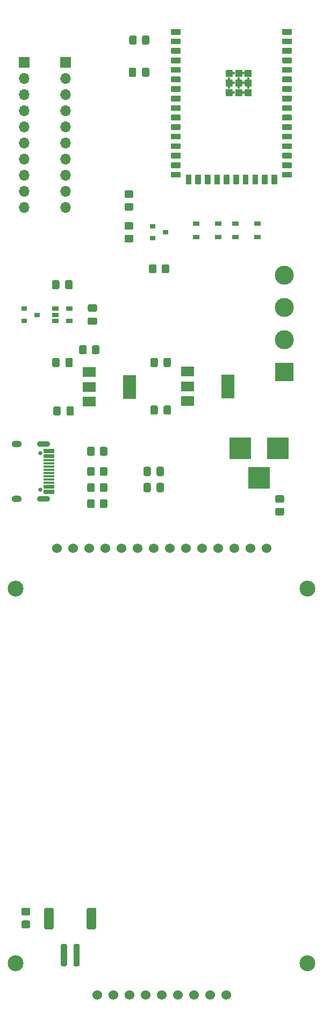
<source format=gbr>
%TF.GenerationSoftware,KiCad,Pcbnew,(5.1.12)-1*%
%TF.CreationDate,2022-05-09T22:55:39+02:00*%
%TF.ProjectId,BTCPOS,42544350-4f53-42e6-9b69-6361645f7063,rev?*%
%TF.SameCoordinates,Original*%
%TF.FileFunction,Soldermask,Bot*%
%TF.FilePolarity,Negative*%
%FSLAX46Y46*%
G04 Gerber Fmt 4.6, Leading zero omitted, Abs format (unit mm)*
G04 Created by KiCad (PCBNEW (5.1.12)-1) date 2022-05-09 22:55:39*
%MOMM*%
%LPD*%
G01*
G04 APERTURE LIST*
%ADD10O,1.600000X1.000000*%
%ADD11O,2.100000X0.900000*%
%ADD12C,0.650000*%
%ADD13R,1.750000X0.300000*%
%ADD14R,1.050000X0.650000*%
%ADD15R,2.000000X3.800000*%
%ADD16R,2.000000X1.500000*%
%ADD17C,0.400000*%
%ADD18C,1.524000*%
%ADD19R,0.900000X0.800000*%
%ADD20R,1.700000X1.700000*%
%ADD21O,1.700000X1.700000*%
%ADD22C,3.000000*%
%ADD23R,3.000000X3.000000*%
%ADD24R,3.500000X3.500000*%
%ADD25C,2.500000*%
%ADD26R,1.060000X0.650000*%
G04 APERTURE END LIST*
%TO.C,C101*%
G36*
G01*
X68628000Y-79215000D02*
X68628000Y-78265000D01*
G75*
G02*
X68878000Y-78015000I250000J0D01*
G01*
X69553000Y-78015000D01*
G75*
G02*
X69803000Y-78265000I0J-250000D01*
G01*
X69803000Y-79215000D01*
G75*
G02*
X69553000Y-79465000I-250000J0D01*
G01*
X68878000Y-79465000D01*
G75*
G02*
X68628000Y-79215000I0J250000D01*
G01*
G37*
G36*
G01*
X66553000Y-79215000D02*
X66553000Y-78265000D01*
G75*
G02*
X66803000Y-78015000I250000J0D01*
G01*
X67478000Y-78015000D01*
G75*
G02*
X67728000Y-78265000I0J-250000D01*
G01*
X67728000Y-79215000D01*
G75*
G02*
X67478000Y-79465000I-250000J0D01*
G01*
X66803000Y-79465000D01*
G75*
G02*
X66553000Y-79215000I0J250000D01*
G01*
G37*
%TD*%
%TO.C,C102*%
G36*
G01*
X69973000Y-85885000D02*
X69973000Y-86835000D01*
G75*
G02*
X69723000Y-87085000I-250000J0D01*
G01*
X69048000Y-87085000D01*
G75*
G02*
X68798000Y-86835000I0J250000D01*
G01*
X68798000Y-85885000D01*
G75*
G02*
X69048000Y-85635000I250000J0D01*
G01*
X69723000Y-85635000D01*
G75*
G02*
X69973000Y-85885000I0J-250000D01*
G01*
G37*
G36*
G01*
X67898000Y-85885000D02*
X67898000Y-86835000D01*
G75*
G02*
X67648000Y-87085000I-250000J0D01*
G01*
X66973000Y-87085000D01*
G75*
G02*
X66723000Y-86835000I0J250000D01*
G01*
X66723000Y-85885000D01*
G75*
G02*
X66973000Y-85635000I250000J0D01*
G01*
X67648000Y-85635000D01*
G75*
G02*
X67898000Y-85885000I0J-250000D01*
G01*
G37*
%TD*%
%TO.C,C103*%
G36*
G01*
X78617000Y-33495000D02*
X78617000Y-32545000D01*
G75*
G02*
X78867000Y-32295000I250000J0D01*
G01*
X79542000Y-32295000D01*
G75*
G02*
X79792000Y-32545000I0J-250000D01*
G01*
X79792000Y-33495000D01*
G75*
G02*
X79542000Y-33745000I-250000J0D01*
G01*
X78867000Y-33745000D01*
G75*
G02*
X78617000Y-33495000I0J250000D01*
G01*
G37*
G36*
G01*
X80692000Y-33495000D02*
X80692000Y-32545000D01*
G75*
G02*
X80942000Y-32295000I250000J0D01*
G01*
X81617000Y-32295000D01*
G75*
G02*
X81867000Y-32545000I0J-250000D01*
G01*
X81867000Y-33495000D01*
G75*
G02*
X81617000Y-33745000I-250000J0D01*
G01*
X80942000Y-33745000D01*
G75*
G02*
X80692000Y-33495000I0J250000D01*
G01*
G37*
%TD*%
%TO.C,C104*%
G36*
G01*
X83000000Y-98900000D02*
X83000000Y-97950000D01*
G75*
G02*
X83250000Y-97700000I250000J0D01*
G01*
X83925000Y-97700000D01*
G75*
G02*
X84175000Y-97950000I0J-250000D01*
G01*
X84175000Y-98900000D01*
G75*
G02*
X83925000Y-99150000I-250000J0D01*
G01*
X83250000Y-99150000D01*
G75*
G02*
X83000000Y-98900000I0J250000D01*
G01*
G37*
G36*
G01*
X80925000Y-98900000D02*
X80925000Y-97950000D01*
G75*
G02*
X81175000Y-97700000I250000J0D01*
G01*
X81850000Y-97700000D01*
G75*
G02*
X82100000Y-97950000I0J-250000D01*
G01*
X82100000Y-98900000D01*
G75*
G02*
X81850000Y-99150000I-250000J0D01*
G01*
X81175000Y-99150000D01*
G75*
G02*
X80925000Y-98900000I0J250000D01*
G01*
G37*
%TD*%
%TO.C,C105*%
G36*
G01*
X84175000Y-95410000D02*
X84175000Y-96360000D01*
G75*
G02*
X83925000Y-96610000I-250000J0D01*
G01*
X83250000Y-96610000D01*
G75*
G02*
X83000000Y-96360000I0J250000D01*
G01*
X83000000Y-95410000D01*
G75*
G02*
X83250000Y-95160000I250000J0D01*
G01*
X83925000Y-95160000D01*
G75*
G02*
X84175000Y-95410000I0J-250000D01*
G01*
G37*
G36*
G01*
X82100000Y-95410000D02*
X82100000Y-96360000D01*
G75*
G02*
X81850000Y-96610000I-250000J0D01*
G01*
X81175000Y-96610000D01*
G75*
G02*
X80925000Y-96360000I0J250000D01*
G01*
X80925000Y-95410000D01*
G75*
G02*
X81175000Y-95160000I250000J0D01*
G01*
X81850000Y-95160000D01*
G75*
G02*
X82100000Y-95410000I0J-250000D01*
G01*
G37*
%TD*%
D10*
%TO.C,J101*%
X60995000Y-100205000D03*
X60995000Y-91565000D03*
D11*
X65175000Y-100205000D03*
X65175000Y-91565000D03*
D12*
X64675000Y-98775000D03*
X64675000Y-92995000D03*
D13*
X66015000Y-95635000D03*
X66015000Y-95135000D03*
X66015000Y-94635000D03*
X66015000Y-94135000D03*
X66015000Y-96635000D03*
X66015000Y-97635000D03*
X66015000Y-97135000D03*
X66015000Y-96135000D03*
X66015000Y-99235000D03*
X66015000Y-98935000D03*
X66015000Y-98435000D03*
X66015000Y-98135000D03*
X66015000Y-93335000D03*
X66015000Y-93635000D03*
X66015000Y-92835000D03*
X66015000Y-92535000D03*
%TD*%
%TO.C,R101*%
G36*
G01*
X73260000Y-97974999D02*
X73260000Y-98875001D01*
G75*
G02*
X73010001Y-99125000I-249999J0D01*
G01*
X72309999Y-99125000D01*
G75*
G02*
X72060000Y-98875001I0J249999D01*
G01*
X72060000Y-97974999D01*
G75*
G02*
X72309999Y-97725000I249999J0D01*
G01*
X73010001Y-97725000D01*
G75*
G02*
X73260000Y-97974999I0J-249999D01*
G01*
G37*
G36*
G01*
X75260000Y-97974999D02*
X75260000Y-98875001D01*
G75*
G02*
X75010001Y-99125000I-249999J0D01*
G01*
X74309999Y-99125000D01*
G75*
G02*
X74060000Y-98875001I0J249999D01*
G01*
X74060000Y-97974999D01*
G75*
G02*
X74309999Y-97725000I249999J0D01*
G01*
X75010001Y-97725000D01*
G75*
G02*
X75260000Y-97974999I0J-249999D01*
G01*
G37*
%TD*%
%TO.C,R102*%
G36*
G01*
X72060000Y-96335001D02*
X72060000Y-95434999D01*
G75*
G02*
X72309999Y-95185000I249999J0D01*
G01*
X73010001Y-95185000D01*
G75*
G02*
X73260000Y-95434999I0J-249999D01*
G01*
X73260000Y-96335001D01*
G75*
G02*
X73010001Y-96585000I-249999J0D01*
G01*
X72309999Y-96585000D01*
G75*
G02*
X72060000Y-96335001I0J249999D01*
G01*
G37*
G36*
G01*
X74060000Y-96335001D02*
X74060000Y-95434999D01*
G75*
G02*
X74309999Y-95185000I249999J0D01*
G01*
X75010001Y-95185000D01*
G75*
G02*
X75260000Y-95434999I0J-249999D01*
G01*
X75260000Y-96335001D01*
G75*
G02*
X75010001Y-96585000I-249999J0D01*
G01*
X74309999Y-96585000D01*
G75*
G02*
X74060000Y-96335001I0J249999D01*
G01*
G37*
%TD*%
%TO.C,R103*%
G36*
G01*
X75260000Y-100514999D02*
X75260000Y-101415001D01*
G75*
G02*
X75010001Y-101665000I-249999J0D01*
G01*
X74309999Y-101665000D01*
G75*
G02*
X74060000Y-101415001I0J249999D01*
G01*
X74060000Y-100514999D01*
G75*
G02*
X74309999Y-100265000I249999J0D01*
G01*
X75010001Y-100265000D01*
G75*
G02*
X75260000Y-100514999I0J-249999D01*
G01*
G37*
G36*
G01*
X73260000Y-100514999D02*
X73260000Y-101415001D01*
G75*
G02*
X73010001Y-101665000I-249999J0D01*
G01*
X72309999Y-101665000D01*
G75*
G02*
X72060000Y-101415001I0J249999D01*
G01*
X72060000Y-100514999D01*
G75*
G02*
X72309999Y-100265000I249999J0D01*
G01*
X73010001Y-100265000D01*
G75*
G02*
X73260000Y-100514999I0J-249999D01*
G01*
G37*
%TD*%
%TO.C,R104*%
G36*
G01*
X73260000Y-92259999D02*
X73260000Y-93160001D01*
G75*
G02*
X73010001Y-93410000I-249999J0D01*
G01*
X72309999Y-93410000D01*
G75*
G02*
X72060000Y-93160001I0J249999D01*
G01*
X72060000Y-92259999D01*
G75*
G02*
X72309999Y-92010000I249999J0D01*
G01*
X73010001Y-92010000D01*
G75*
G02*
X73260000Y-92259999I0J-249999D01*
G01*
G37*
G36*
G01*
X75260000Y-92259999D02*
X75260000Y-93160001D01*
G75*
G02*
X75010001Y-93410000I-249999J0D01*
G01*
X74309999Y-93410000D01*
G75*
G02*
X74060000Y-93160001I0J249999D01*
G01*
X74060000Y-92259999D01*
G75*
G02*
X74309999Y-92010000I249999J0D01*
G01*
X75010001Y-92010000D01*
G75*
G02*
X75260000Y-92259999I0J-249999D01*
G01*
G37*
%TD*%
%TO.C,R105*%
G36*
G01*
X78680000Y-28390001D02*
X78680000Y-27489999D01*
G75*
G02*
X78929999Y-27240000I249999J0D01*
G01*
X79630001Y-27240000D01*
G75*
G02*
X79880000Y-27489999I0J-249999D01*
G01*
X79880000Y-28390001D01*
G75*
G02*
X79630001Y-28640000I-249999J0D01*
G01*
X78929999Y-28640000D01*
G75*
G02*
X78680000Y-28390001I0J249999D01*
G01*
G37*
G36*
G01*
X80680000Y-28390001D02*
X80680000Y-27489999D01*
G75*
G02*
X80929999Y-27240000I249999J0D01*
G01*
X81630001Y-27240000D01*
G75*
G02*
X81880000Y-27489999I0J-249999D01*
G01*
X81880000Y-28390001D01*
G75*
G02*
X81630001Y-28640000I-249999J0D01*
G01*
X80929999Y-28640000D01*
G75*
G02*
X80680000Y-28390001I0J249999D01*
G01*
G37*
%TD*%
D14*
%TO.C,SW101*%
X89265000Y-58936500D03*
X92730000Y-58936500D03*
X89265000Y-56836500D03*
X92730000Y-56836500D03*
%TD*%
%TO.C,SW102*%
X98850000Y-56836500D03*
X95385000Y-56836500D03*
X98850000Y-58936500D03*
X95385000Y-58936500D03*
%TD*%
D15*
%TO.C,U101*%
X78715000Y-82550000D03*
D16*
X72415000Y-82550000D03*
X72415000Y-80250000D03*
X72415000Y-84850000D03*
%TD*%
%TO.C,U103*%
G36*
G01*
X104292000Y-26265100D02*
X104292000Y-27022900D01*
G75*
G02*
X104220900Y-27094000I-71100J0D01*
G01*
X102863100Y-27094000D01*
G75*
G02*
X102792000Y-27022900I0J71100D01*
G01*
X102792000Y-26265100D01*
G75*
G02*
X102863100Y-26194000I71100J0D01*
G01*
X104220900Y-26194000D01*
G75*
G02*
X104292000Y-26265100I0J-71100D01*
G01*
G37*
G36*
G01*
X104292000Y-27765100D02*
X104292000Y-28522900D01*
G75*
G02*
X104220900Y-28594000I-71100J0D01*
G01*
X102863100Y-28594000D01*
G75*
G02*
X102792000Y-28522900I0J71100D01*
G01*
X102792000Y-27765100D01*
G75*
G02*
X102863100Y-27694000I71100J0D01*
G01*
X104220900Y-27694000D01*
G75*
G02*
X104292000Y-27765100I0J-71100D01*
G01*
G37*
G36*
G01*
X104292000Y-29265100D02*
X104292000Y-30022900D01*
G75*
G02*
X104220900Y-30094000I-71100J0D01*
G01*
X102863100Y-30094000D01*
G75*
G02*
X102792000Y-30022900I0J71100D01*
G01*
X102792000Y-29265100D01*
G75*
G02*
X102863100Y-29194000I71100J0D01*
G01*
X104220900Y-29194000D01*
G75*
G02*
X104292000Y-29265100I0J-71100D01*
G01*
G37*
G36*
G01*
X104292000Y-30765100D02*
X104292000Y-31522900D01*
G75*
G02*
X104220900Y-31594000I-71100J0D01*
G01*
X102863100Y-31594000D01*
G75*
G02*
X102792000Y-31522900I0J71100D01*
G01*
X102792000Y-30765100D01*
G75*
G02*
X102863100Y-30694000I71100J0D01*
G01*
X104220900Y-30694000D01*
G75*
G02*
X104292000Y-30765100I0J-71100D01*
G01*
G37*
G36*
G01*
X104292000Y-32265100D02*
X104292000Y-33022900D01*
G75*
G02*
X104220900Y-33094000I-71100J0D01*
G01*
X102863100Y-33094000D01*
G75*
G02*
X102792000Y-33022900I0J71100D01*
G01*
X102792000Y-32265100D01*
G75*
G02*
X102863100Y-32194000I71100J0D01*
G01*
X104220900Y-32194000D01*
G75*
G02*
X104292000Y-32265100I0J-71100D01*
G01*
G37*
G36*
G01*
X104292000Y-33765100D02*
X104292000Y-34522900D01*
G75*
G02*
X104220900Y-34594000I-71100J0D01*
G01*
X102863100Y-34594000D01*
G75*
G02*
X102792000Y-34522900I0J71100D01*
G01*
X102792000Y-33765100D01*
G75*
G02*
X102863100Y-33694000I71100J0D01*
G01*
X104220900Y-33694000D01*
G75*
G02*
X104292000Y-33765100I0J-71100D01*
G01*
G37*
G36*
G01*
X104292000Y-35265100D02*
X104292000Y-36022900D01*
G75*
G02*
X104220900Y-36094000I-71100J0D01*
G01*
X102863100Y-36094000D01*
G75*
G02*
X102792000Y-36022900I0J71100D01*
G01*
X102792000Y-35265100D01*
G75*
G02*
X102863100Y-35194000I71100J0D01*
G01*
X104220900Y-35194000D01*
G75*
G02*
X104292000Y-35265100I0J-71100D01*
G01*
G37*
G36*
G01*
X104292000Y-36765100D02*
X104292000Y-37522900D01*
G75*
G02*
X104220900Y-37594000I-71100J0D01*
G01*
X102863100Y-37594000D01*
G75*
G02*
X102792000Y-37522900I0J71100D01*
G01*
X102792000Y-36765100D01*
G75*
G02*
X102863100Y-36694000I71100J0D01*
G01*
X104220900Y-36694000D01*
G75*
G02*
X104292000Y-36765100I0J-71100D01*
G01*
G37*
G36*
G01*
X104292000Y-38265100D02*
X104292000Y-39022900D01*
G75*
G02*
X104220900Y-39094000I-71100J0D01*
G01*
X102863100Y-39094000D01*
G75*
G02*
X102792000Y-39022900I0J71100D01*
G01*
X102792000Y-38265100D01*
G75*
G02*
X102863100Y-38194000I71100J0D01*
G01*
X104220900Y-38194000D01*
G75*
G02*
X104292000Y-38265100I0J-71100D01*
G01*
G37*
G36*
G01*
X104292000Y-39765100D02*
X104292000Y-40522900D01*
G75*
G02*
X104220900Y-40594000I-71100J0D01*
G01*
X102863100Y-40594000D01*
G75*
G02*
X102792000Y-40522900I0J71100D01*
G01*
X102792000Y-39765100D01*
G75*
G02*
X102863100Y-39694000I71100J0D01*
G01*
X104220900Y-39694000D01*
G75*
G02*
X104292000Y-39765100I0J-71100D01*
G01*
G37*
G36*
G01*
X104292000Y-41265100D02*
X104292000Y-42022900D01*
G75*
G02*
X104220900Y-42094000I-71100J0D01*
G01*
X102863100Y-42094000D01*
G75*
G02*
X102792000Y-42022900I0J71100D01*
G01*
X102792000Y-41265100D01*
G75*
G02*
X102863100Y-41194000I71100J0D01*
G01*
X104220900Y-41194000D01*
G75*
G02*
X104292000Y-41265100I0J-71100D01*
G01*
G37*
G36*
G01*
X104292000Y-42765100D02*
X104292000Y-43522900D01*
G75*
G02*
X104220900Y-43594000I-71100J0D01*
G01*
X102863100Y-43594000D01*
G75*
G02*
X102792000Y-43522900I0J71100D01*
G01*
X102792000Y-42765100D01*
G75*
G02*
X102863100Y-42694000I71100J0D01*
G01*
X104220900Y-42694000D01*
G75*
G02*
X104292000Y-42765100I0J-71100D01*
G01*
G37*
G36*
G01*
X104292000Y-44265100D02*
X104292000Y-45022900D01*
G75*
G02*
X104220900Y-45094000I-71100J0D01*
G01*
X102863100Y-45094000D01*
G75*
G02*
X102792000Y-45022900I0J71100D01*
G01*
X102792000Y-44265100D01*
G75*
G02*
X102863100Y-44194000I71100J0D01*
G01*
X104220900Y-44194000D01*
G75*
G02*
X104292000Y-44265100I0J-71100D01*
G01*
G37*
G36*
G01*
X104292000Y-45765100D02*
X104292000Y-46522900D01*
G75*
G02*
X104220900Y-46594000I-71100J0D01*
G01*
X102863100Y-46594000D01*
G75*
G02*
X102792000Y-46522900I0J71100D01*
G01*
X102792000Y-45765100D01*
G75*
G02*
X102863100Y-45694000I71100J0D01*
G01*
X104220900Y-45694000D01*
G75*
G02*
X104292000Y-45765100I0J-71100D01*
G01*
G37*
G36*
G01*
X104292000Y-47265100D02*
X104292000Y-48022900D01*
G75*
G02*
X104220900Y-48094000I-71100J0D01*
G01*
X102863100Y-48094000D01*
G75*
G02*
X102792000Y-48022900I0J71100D01*
G01*
X102792000Y-47265100D01*
G75*
G02*
X102863100Y-47194000I71100J0D01*
G01*
X104220900Y-47194000D01*
G75*
G02*
X104292000Y-47265100I0J-71100D01*
G01*
G37*
G36*
G01*
X104292000Y-48765100D02*
X104292000Y-49522900D01*
G75*
G02*
X104220900Y-49594000I-71100J0D01*
G01*
X102863100Y-49594000D01*
G75*
G02*
X102792000Y-49522900I0J71100D01*
G01*
X102792000Y-48765100D01*
G75*
G02*
X102863100Y-48694000I71100J0D01*
G01*
X104220900Y-48694000D01*
G75*
G02*
X104292000Y-48765100I0J-71100D01*
G01*
G37*
G36*
G01*
X101920900Y-50644000D02*
X101163100Y-50644000D01*
G75*
G02*
X101092000Y-50572900I0J71100D01*
G01*
X101092000Y-49215100D01*
G75*
G02*
X101163100Y-49144000I71100J0D01*
G01*
X101920900Y-49144000D01*
G75*
G02*
X101992000Y-49215100I0J-71100D01*
G01*
X101992000Y-50572900D01*
G75*
G02*
X101920900Y-50644000I-71100J0D01*
G01*
G37*
G36*
G01*
X100420900Y-50644000D02*
X99663100Y-50644000D01*
G75*
G02*
X99592000Y-50572900I0J71100D01*
G01*
X99592000Y-49215100D01*
G75*
G02*
X99663100Y-49144000I71100J0D01*
G01*
X100420900Y-49144000D01*
G75*
G02*
X100492000Y-49215100I0J-71100D01*
G01*
X100492000Y-50572900D01*
G75*
G02*
X100420900Y-50644000I-71100J0D01*
G01*
G37*
G36*
G01*
X98920900Y-50644000D02*
X98163100Y-50644000D01*
G75*
G02*
X98092000Y-50572900I0J71100D01*
G01*
X98092000Y-49215100D01*
G75*
G02*
X98163100Y-49144000I71100J0D01*
G01*
X98920900Y-49144000D01*
G75*
G02*
X98992000Y-49215100I0J-71100D01*
G01*
X98992000Y-50572900D01*
G75*
G02*
X98920900Y-50644000I-71100J0D01*
G01*
G37*
G36*
G01*
X97420900Y-50644000D02*
X96663100Y-50644000D01*
G75*
G02*
X96592000Y-50572900I0J71100D01*
G01*
X96592000Y-49215100D01*
G75*
G02*
X96663100Y-49144000I71100J0D01*
G01*
X97420900Y-49144000D01*
G75*
G02*
X97492000Y-49215100I0J-71100D01*
G01*
X97492000Y-50572900D01*
G75*
G02*
X97420900Y-50644000I-71100J0D01*
G01*
G37*
G36*
G01*
X95920900Y-50644000D02*
X95163100Y-50644000D01*
G75*
G02*
X95092000Y-50572900I0J71100D01*
G01*
X95092000Y-49215100D01*
G75*
G02*
X95163100Y-49144000I71100J0D01*
G01*
X95920900Y-49144000D01*
G75*
G02*
X95992000Y-49215100I0J-71100D01*
G01*
X95992000Y-50572900D01*
G75*
G02*
X95920900Y-50644000I-71100J0D01*
G01*
G37*
G36*
G01*
X94420900Y-50644000D02*
X93663100Y-50644000D01*
G75*
G02*
X93592000Y-50572900I0J71100D01*
G01*
X93592000Y-49215100D01*
G75*
G02*
X93663100Y-49144000I71100J0D01*
G01*
X94420900Y-49144000D01*
G75*
G02*
X94492000Y-49215100I0J-71100D01*
G01*
X94492000Y-50572900D01*
G75*
G02*
X94420900Y-50644000I-71100J0D01*
G01*
G37*
G36*
G01*
X92920900Y-50644000D02*
X92163100Y-50644000D01*
G75*
G02*
X92092000Y-50572900I0J71100D01*
G01*
X92092000Y-49215100D01*
G75*
G02*
X92163100Y-49144000I71100J0D01*
G01*
X92920900Y-49144000D01*
G75*
G02*
X92992000Y-49215100I0J-71100D01*
G01*
X92992000Y-50572900D01*
G75*
G02*
X92920900Y-50644000I-71100J0D01*
G01*
G37*
G36*
G01*
X91420900Y-50644000D02*
X90663100Y-50644000D01*
G75*
G02*
X90592000Y-50572900I0J71100D01*
G01*
X90592000Y-49215100D01*
G75*
G02*
X90663100Y-49144000I71100J0D01*
G01*
X91420900Y-49144000D01*
G75*
G02*
X91492000Y-49215100I0J-71100D01*
G01*
X91492000Y-50572900D01*
G75*
G02*
X91420900Y-50644000I-71100J0D01*
G01*
G37*
G36*
G01*
X89920900Y-50644000D02*
X89163100Y-50644000D01*
G75*
G02*
X89092000Y-50572900I0J71100D01*
G01*
X89092000Y-49215100D01*
G75*
G02*
X89163100Y-49144000I71100J0D01*
G01*
X89920900Y-49144000D01*
G75*
G02*
X89992000Y-49215100I0J-71100D01*
G01*
X89992000Y-50572900D01*
G75*
G02*
X89920900Y-50644000I-71100J0D01*
G01*
G37*
G36*
G01*
X88420900Y-50644000D02*
X87663100Y-50644000D01*
G75*
G02*
X87592000Y-50572900I0J71100D01*
G01*
X87592000Y-49215100D01*
G75*
G02*
X87663100Y-49144000I71100J0D01*
G01*
X88420900Y-49144000D01*
G75*
G02*
X88492000Y-49215100I0J-71100D01*
G01*
X88492000Y-50572900D01*
G75*
G02*
X88420900Y-50644000I-71100J0D01*
G01*
G37*
G36*
G01*
X85292000Y-49522900D02*
X85292000Y-48765100D01*
G75*
G02*
X85363100Y-48694000I71100J0D01*
G01*
X86720900Y-48694000D01*
G75*
G02*
X86792000Y-48765100I0J-71100D01*
G01*
X86792000Y-49522900D01*
G75*
G02*
X86720900Y-49594000I-71100J0D01*
G01*
X85363100Y-49594000D01*
G75*
G02*
X85292000Y-49522900I0J71100D01*
G01*
G37*
G36*
G01*
X85292000Y-48022900D02*
X85292000Y-47265100D01*
G75*
G02*
X85363100Y-47194000I71100J0D01*
G01*
X86720900Y-47194000D01*
G75*
G02*
X86792000Y-47265100I0J-71100D01*
G01*
X86792000Y-48022900D01*
G75*
G02*
X86720900Y-48094000I-71100J0D01*
G01*
X85363100Y-48094000D01*
G75*
G02*
X85292000Y-48022900I0J71100D01*
G01*
G37*
G36*
G01*
X85292000Y-46522900D02*
X85292000Y-45765100D01*
G75*
G02*
X85363100Y-45694000I71100J0D01*
G01*
X86720900Y-45694000D01*
G75*
G02*
X86792000Y-45765100I0J-71100D01*
G01*
X86792000Y-46522900D01*
G75*
G02*
X86720900Y-46594000I-71100J0D01*
G01*
X85363100Y-46594000D01*
G75*
G02*
X85292000Y-46522900I0J71100D01*
G01*
G37*
G36*
G01*
X85292000Y-45022900D02*
X85292000Y-44265100D01*
G75*
G02*
X85363100Y-44194000I71100J0D01*
G01*
X86720900Y-44194000D01*
G75*
G02*
X86792000Y-44265100I0J-71100D01*
G01*
X86792000Y-45022900D01*
G75*
G02*
X86720900Y-45094000I-71100J0D01*
G01*
X85363100Y-45094000D01*
G75*
G02*
X85292000Y-45022900I0J71100D01*
G01*
G37*
G36*
G01*
X85292000Y-43522900D02*
X85292000Y-42765100D01*
G75*
G02*
X85363100Y-42694000I71100J0D01*
G01*
X86720900Y-42694000D01*
G75*
G02*
X86792000Y-42765100I0J-71100D01*
G01*
X86792000Y-43522900D01*
G75*
G02*
X86720900Y-43594000I-71100J0D01*
G01*
X85363100Y-43594000D01*
G75*
G02*
X85292000Y-43522900I0J71100D01*
G01*
G37*
G36*
G01*
X85292000Y-42022900D02*
X85292000Y-41265100D01*
G75*
G02*
X85363100Y-41194000I71100J0D01*
G01*
X86720900Y-41194000D01*
G75*
G02*
X86792000Y-41265100I0J-71100D01*
G01*
X86792000Y-42022900D01*
G75*
G02*
X86720900Y-42094000I-71100J0D01*
G01*
X85363100Y-42094000D01*
G75*
G02*
X85292000Y-42022900I0J71100D01*
G01*
G37*
G36*
G01*
X85292000Y-40522900D02*
X85292000Y-39765100D01*
G75*
G02*
X85363100Y-39694000I71100J0D01*
G01*
X86720900Y-39694000D01*
G75*
G02*
X86792000Y-39765100I0J-71100D01*
G01*
X86792000Y-40522900D01*
G75*
G02*
X86720900Y-40594000I-71100J0D01*
G01*
X85363100Y-40594000D01*
G75*
G02*
X85292000Y-40522900I0J71100D01*
G01*
G37*
G36*
G01*
X85292000Y-39022900D02*
X85292000Y-38265100D01*
G75*
G02*
X85363100Y-38194000I71100J0D01*
G01*
X86720900Y-38194000D01*
G75*
G02*
X86792000Y-38265100I0J-71100D01*
G01*
X86792000Y-39022900D01*
G75*
G02*
X86720900Y-39094000I-71100J0D01*
G01*
X85363100Y-39094000D01*
G75*
G02*
X85292000Y-39022900I0J71100D01*
G01*
G37*
G36*
G01*
X85292000Y-37522900D02*
X85292000Y-36765100D01*
G75*
G02*
X85363100Y-36694000I71100J0D01*
G01*
X86720900Y-36694000D01*
G75*
G02*
X86792000Y-36765100I0J-71100D01*
G01*
X86792000Y-37522900D01*
G75*
G02*
X86720900Y-37594000I-71100J0D01*
G01*
X85363100Y-37594000D01*
G75*
G02*
X85292000Y-37522900I0J71100D01*
G01*
G37*
G36*
G01*
X85292000Y-36022900D02*
X85292000Y-35265100D01*
G75*
G02*
X85363100Y-35194000I71100J0D01*
G01*
X86720900Y-35194000D01*
G75*
G02*
X86792000Y-35265100I0J-71100D01*
G01*
X86792000Y-36022900D01*
G75*
G02*
X86720900Y-36094000I-71100J0D01*
G01*
X85363100Y-36094000D01*
G75*
G02*
X85292000Y-36022900I0J71100D01*
G01*
G37*
G36*
G01*
X85292000Y-34522900D02*
X85292000Y-33765100D01*
G75*
G02*
X85363100Y-33694000I71100J0D01*
G01*
X86720900Y-33694000D01*
G75*
G02*
X86792000Y-33765100I0J-71100D01*
G01*
X86792000Y-34522900D01*
G75*
G02*
X86720900Y-34594000I-71100J0D01*
G01*
X85363100Y-34594000D01*
G75*
G02*
X85292000Y-34522900I0J71100D01*
G01*
G37*
G36*
G01*
X85292000Y-33022900D02*
X85292000Y-32265100D01*
G75*
G02*
X85363100Y-32194000I71100J0D01*
G01*
X86720900Y-32194000D01*
G75*
G02*
X86792000Y-32265100I0J-71100D01*
G01*
X86792000Y-33022900D01*
G75*
G02*
X86720900Y-33094000I-71100J0D01*
G01*
X85363100Y-33094000D01*
G75*
G02*
X85292000Y-33022900I0J71100D01*
G01*
G37*
G36*
G01*
X85292000Y-31522900D02*
X85292000Y-30765100D01*
G75*
G02*
X85363100Y-30694000I71100J0D01*
G01*
X86720900Y-30694000D01*
G75*
G02*
X86792000Y-30765100I0J-71100D01*
G01*
X86792000Y-31522900D01*
G75*
G02*
X86720900Y-31594000I-71100J0D01*
G01*
X85363100Y-31594000D01*
G75*
G02*
X85292000Y-31522900I0J71100D01*
G01*
G37*
G36*
G01*
X85292000Y-30022900D02*
X85292000Y-29265100D01*
G75*
G02*
X85363100Y-29194000I71100J0D01*
G01*
X86720900Y-29194000D01*
G75*
G02*
X86792000Y-29265100I0J-71100D01*
G01*
X86792000Y-30022900D01*
G75*
G02*
X86720900Y-30094000I-71100J0D01*
G01*
X85363100Y-30094000D01*
G75*
G02*
X85292000Y-30022900I0J71100D01*
G01*
G37*
G36*
G01*
X85292000Y-28522900D02*
X85292000Y-27765100D01*
G75*
G02*
X85363100Y-27694000I71100J0D01*
G01*
X86720900Y-27694000D01*
G75*
G02*
X86792000Y-27765100I0J-71100D01*
G01*
X86792000Y-28522900D01*
G75*
G02*
X86720900Y-28594000I-71100J0D01*
G01*
X85363100Y-28594000D01*
G75*
G02*
X85292000Y-28522900I0J71100D01*
G01*
G37*
G36*
G01*
X85292000Y-27022900D02*
X85292000Y-26265100D01*
G75*
G02*
X85363100Y-26194000I71100J0D01*
G01*
X86720900Y-26194000D01*
G75*
G02*
X86792000Y-26265100I0J-71100D01*
G01*
X86792000Y-27022900D01*
G75*
G02*
X86720900Y-27094000I-71100J0D01*
G01*
X85363100Y-27094000D01*
G75*
G02*
X85292000Y-27022900I0J71100D01*
G01*
G37*
G36*
G01*
X96882000Y-33682100D02*
X96882000Y-32755900D01*
G75*
G02*
X96968900Y-32669000I86900J0D01*
G01*
X97895100Y-32669000D01*
G75*
G02*
X97982000Y-32755900I0J-86900D01*
G01*
X97982000Y-33682100D01*
G75*
G02*
X97895100Y-33769000I-86900J0D01*
G01*
X96968900Y-33769000D01*
G75*
G02*
X96882000Y-33682100I0J86900D01*
G01*
G37*
G36*
G01*
X95382000Y-33682100D02*
X95382000Y-32755900D01*
G75*
G02*
X95468900Y-32669000I86900J0D01*
G01*
X96395100Y-32669000D01*
G75*
G02*
X96482000Y-32755900I0J-86900D01*
G01*
X96482000Y-33682100D01*
G75*
G02*
X96395100Y-33769000I-86900J0D01*
G01*
X95468900Y-33769000D01*
G75*
G02*
X95382000Y-33682100I0J86900D01*
G01*
G37*
G36*
G01*
X93882000Y-33682100D02*
X93882000Y-32755900D01*
G75*
G02*
X93968900Y-32669000I86900J0D01*
G01*
X94895100Y-32669000D01*
G75*
G02*
X94982000Y-32755900I0J-86900D01*
G01*
X94982000Y-33682100D01*
G75*
G02*
X94895100Y-33769000I-86900J0D01*
G01*
X93968900Y-33769000D01*
G75*
G02*
X93882000Y-33682100I0J86900D01*
G01*
G37*
G36*
G01*
X96882000Y-35182100D02*
X96882000Y-34255900D01*
G75*
G02*
X96968900Y-34169000I86900J0D01*
G01*
X97895100Y-34169000D01*
G75*
G02*
X97982000Y-34255900I0J-86900D01*
G01*
X97982000Y-35182100D01*
G75*
G02*
X97895100Y-35269000I-86900J0D01*
G01*
X96968900Y-35269000D01*
G75*
G02*
X96882000Y-35182100I0J86900D01*
G01*
G37*
G36*
G01*
X95382000Y-35182100D02*
X95382000Y-34255900D01*
G75*
G02*
X95468900Y-34169000I86900J0D01*
G01*
X96395100Y-34169000D01*
G75*
G02*
X96482000Y-34255900I0J-86900D01*
G01*
X96482000Y-35182100D01*
G75*
G02*
X96395100Y-35269000I-86900J0D01*
G01*
X95468900Y-35269000D01*
G75*
G02*
X95382000Y-35182100I0J86900D01*
G01*
G37*
G36*
G01*
X93882000Y-35182100D02*
X93882000Y-34255900D01*
G75*
G02*
X93968900Y-34169000I86900J0D01*
G01*
X94895100Y-34169000D01*
G75*
G02*
X94982000Y-34255900I0J-86900D01*
G01*
X94982000Y-35182100D01*
G75*
G02*
X94895100Y-35269000I-86900J0D01*
G01*
X93968900Y-35269000D01*
G75*
G02*
X93882000Y-35182100I0J86900D01*
G01*
G37*
G36*
G01*
X96882000Y-36682100D02*
X96882000Y-35755900D01*
G75*
G02*
X96968900Y-35669000I86900J0D01*
G01*
X97895100Y-35669000D01*
G75*
G02*
X97982000Y-35755900I0J-86900D01*
G01*
X97982000Y-36682100D01*
G75*
G02*
X97895100Y-36769000I-86900J0D01*
G01*
X96968900Y-36769000D01*
G75*
G02*
X96882000Y-36682100I0J86900D01*
G01*
G37*
G36*
G01*
X95382000Y-36682100D02*
X95382000Y-35755900D01*
G75*
G02*
X95468900Y-35669000I86900J0D01*
G01*
X96395100Y-35669000D01*
G75*
G02*
X96482000Y-35755900I0J-86900D01*
G01*
X96482000Y-36682100D01*
G75*
G02*
X96395100Y-36769000I-86900J0D01*
G01*
X95468900Y-36769000D01*
G75*
G02*
X95382000Y-36682100I0J86900D01*
G01*
G37*
G36*
G01*
X93882000Y-36682100D02*
X93882000Y-35755900D01*
G75*
G02*
X93968900Y-35669000I86900J0D01*
G01*
X94895100Y-35669000D01*
G75*
G02*
X94982000Y-35755900I0J-86900D01*
G01*
X94982000Y-36682100D01*
G75*
G02*
X94895100Y-36769000I-86900J0D01*
G01*
X93968900Y-36769000D01*
G75*
G02*
X93882000Y-36682100I0J86900D01*
G01*
G37*
D17*
X97442000Y-33977600D03*
X96680000Y-33164800D03*
X95156000Y-33164800D03*
X94444800Y-33977600D03*
X94444800Y-35450800D03*
X95206800Y-36162000D03*
X96680000Y-36162000D03*
X97442000Y-35450800D03*
X96680000Y-34688800D03*
X95156000Y-34638000D03*
X95918000Y-33977600D03*
X95968800Y-35450800D03*
%TD*%
D18*
%TO.C,U102*%
X67310000Y-107950000D03*
X69850000Y-107950000D03*
X72390000Y-107950000D03*
X74930000Y-107950000D03*
X77470000Y-107950000D03*
X80010000Y-107950000D03*
X82550000Y-107950000D03*
X85090000Y-107950000D03*
X87630000Y-107950000D03*
X90170000Y-107950000D03*
X92710000Y-107950000D03*
X95250000Y-107950000D03*
X97790000Y-107950000D03*
X100330000Y-107950000D03*
%TD*%
%TO.C,R106*%
G36*
G01*
X102850001Y-102820000D02*
X101949999Y-102820000D01*
G75*
G02*
X101700000Y-102570001I0J249999D01*
G01*
X101700000Y-101869999D01*
G75*
G02*
X101949999Y-101620000I249999J0D01*
G01*
X102850001Y-101620000D01*
G75*
G02*
X103100000Y-101869999I0J-249999D01*
G01*
X103100000Y-102570001D01*
G75*
G02*
X102850001Y-102820000I-249999J0D01*
G01*
G37*
G36*
G01*
X102850001Y-100820000D02*
X101949999Y-100820000D01*
G75*
G02*
X101700000Y-100570001I0J249999D01*
G01*
X101700000Y-99869999D01*
G75*
G02*
X101949999Y-99620000I249999J0D01*
G01*
X102850001Y-99620000D01*
G75*
G02*
X103100000Y-99869999I0J-249999D01*
G01*
X103100000Y-100570001D01*
G75*
G02*
X102850001Y-100820000I-249999J0D01*
G01*
G37*
%TD*%
%TO.C,C106*%
G36*
G01*
X82025000Y-79195000D02*
X82025000Y-78245000D01*
G75*
G02*
X82275000Y-77995000I250000J0D01*
G01*
X82950000Y-77995000D01*
G75*
G02*
X83200000Y-78245000I0J-250000D01*
G01*
X83200000Y-79195000D01*
G75*
G02*
X82950000Y-79445000I-250000J0D01*
G01*
X82275000Y-79445000D01*
G75*
G02*
X82025000Y-79195000I0J250000D01*
G01*
G37*
G36*
G01*
X84100000Y-79195000D02*
X84100000Y-78245000D01*
G75*
G02*
X84350000Y-77995000I250000J0D01*
G01*
X85025000Y-77995000D01*
G75*
G02*
X85275000Y-78245000I0J-250000D01*
G01*
X85275000Y-79195000D01*
G75*
G02*
X85025000Y-79445000I-250000J0D01*
G01*
X84350000Y-79445000D01*
G75*
G02*
X84100000Y-79195000I0J250000D01*
G01*
G37*
%TD*%
%TO.C,C107*%
G36*
G01*
X83200000Y-85745000D02*
X83200000Y-86695000D01*
G75*
G02*
X82950000Y-86945000I-250000J0D01*
G01*
X82275000Y-86945000D01*
G75*
G02*
X82025000Y-86695000I0J250000D01*
G01*
X82025000Y-85745000D01*
G75*
G02*
X82275000Y-85495000I250000J0D01*
G01*
X82950000Y-85495000D01*
G75*
G02*
X83200000Y-85745000I0J-250000D01*
G01*
G37*
G36*
G01*
X85275000Y-85745000D02*
X85275000Y-86695000D01*
G75*
G02*
X85025000Y-86945000I-250000J0D01*
G01*
X84350000Y-86945000D01*
G75*
G02*
X84100000Y-86695000I0J250000D01*
G01*
X84100000Y-85745000D01*
G75*
G02*
X84350000Y-85495000I250000J0D01*
G01*
X85025000Y-85495000D01*
G75*
G02*
X85275000Y-85745000I0J-250000D01*
G01*
G37*
%TD*%
%TO.C,C108*%
G36*
G01*
X72425000Y-69557500D02*
X73375000Y-69557500D01*
G75*
G02*
X73625000Y-69807500I0J-250000D01*
G01*
X73625000Y-70482500D01*
G75*
G02*
X73375000Y-70732500I-250000J0D01*
G01*
X72425000Y-70732500D01*
G75*
G02*
X72175000Y-70482500I0J250000D01*
G01*
X72175000Y-69807500D01*
G75*
G02*
X72425000Y-69557500I250000J0D01*
G01*
G37*
G36*
G01*
X72425000Y-71632500D02*
X73375000Y-71632500D01*
G75*
G02*
X73625000Y-71882500I0J-250000D01*
G01*
X73625000Y-72557500D01*
G75*
G02*
X73375000Y-72807500I-250000J0D01*
G01*
X72425000Y-72807500D01*
G75*
G02*
X72175000Y-72557500I0J250000D01*
G01*
X72175000Y-71882500D01*
G75*
G02*
X72425000Y-71632500I250000J0D01*
G01*
G37*
%TD*%
%TO.C,C109*%
G36*
G01*
X68600000Y-66945000D02*
X68600000Y-65995000D01*
G75*
G02*
X68850000Y-65745000I250000J0D01*
G01*
X69525000Y-65745000D01*
G75*
G02*
X69775000Y-65995000I0J-250000D01*
G01*
X69775000Y-66945000D01*
G75*
G02*
X69525000Y-67195000I-250000J0D01*
G01*
X68850000Y-67195000D01*
G75*
G02*
X68600000Y-66945000I0J250000D01*
G01*
G37*
G36*
G01*
X66525000Y-66945000D02*
X66525000Y-65995000D01*
G75*
G02*
X66775000Y-65745000I250000J0D01*
G01*
X67450000Y-65745000D01*
G75*
G02*
X67700000Y-65995000I0J-250000D01*
G01*
X67700000Y-66945000D01*
G75*
G02*
X67450000Y-67195000I-250000J0D01*
G01*
X66775000Y-67195000D01*
G75*
G02*
X66525000Y-66945000I0J250000D01*
G01*
G37*
%TD*%
D19*
%TO.C,D101*%
X64150000Y-71220000D03*
X62150000Y-70270000D03*
X62150000Y-72170000D03*
%TD*%
D20*
%TO.C,J102*%
X62150000Y-31470000D03*
D21*
X62150000Y-34010000D03*
X62150000Y-36550000D03*
X62150000Y-39090000D03*
X62150000Y-41630000D03*
X62150000Y-44170000D03*
X62150000Y-46710000D03*
X62150000Y-49250000D03*
X62150000Y-51790000D03*
X62150000Y-54330000D03*
%TD*%
D22*
%TO.C,J103*%
X103150000Y-75140000D03*
X103150000Y-70060000D03*
D23*
X103150000Y-80220000D03*
D22*
X103150000Y-64980000D03*
%TD*%
D24*
%TO.C,J104*%
X99150000Y-96920000D03*
X102150000Y-92220000D03*
X96150000Y-92220000D03*
%TD*%
D21*
%TO.C,J105*%
X68650000Y-54330000D03*
X68650000Y-51790000D03*
X68650000Y-49250000D03*
X68650000Y-46710000D03*
X68650000Y-44170000D03*
X68650000Y-41630000D03*
X68650000Y-39090000D03*
X68650000Y-36550000D03*
X68650000Y-34010000D03*
D20*
X68650000Y-31470000D03*
%TD*%
%TO.C,J106*%
G36*
G01*
X67900000Y-173570000D02*
X67900000Y-170570000D01*
G75*
G02*
X68150000Y-170320000I250000J0D01*
G01*
X68650000Y-170320000D01*
G75*
G02*
X68900000Y-170570000I0J-250000D01*
G01*
X68900000Y-173570000D01*
G75*
G02*
X68650000Y-173820000I-250000J0D01*
G01*
X68150000Y-173820000D01*
G75*
G02*
X67900000Y-173570000I0J250000D01*
G01*
G37*
G36*
G01*
X69900000Y-173570000D02*
X69900000Y-170570000D01*
G75*
G02*
X70150000Y-170320000I250000J0D01*
G01*
X70650000Y-170320000D01*
G75*
G02*
X70900000Y-170570000I0J-250000D01*
G01*
X70900000Y-173570000D01*
G75*
G02*
X70650000Y-173820000I-250000J0D01*
G01*
X70150000Y-173820000D01*
G75*
G02*
X69900000Y-173570000I0J250000D01*
G01*
G37*
G36*
G01*
X65300000Y-167770000D02*
X65300000Y-164870000D01*
G75*
G02*
X65550000Y-164620000I250000J0D01*
G01*
X66550000Y-164620000D01*
G75*
G02*
X66800000Y-164870000I0J-250000D01*
G01*
X66800000Y-167770000D01*
G75*
G02*
X66550000Y-168020000I-250000J0D01*
G01*
X65550000Y-168020000D01*
G75*
G02*
X65300000Y-167770000I0J250000D01*
G01*
G37*
G36*
G01*
X72000000Y-167770000D02*
X72000000Y-164870000D01*
G75*
G02*
X72250000Y-164620000I250000J0D01*
G01*
X73250000Y-164620000D01*
G75*
G02*
X73500000Y-164870000I0J-250000D01*
G01*
X73500000Y-167770000D01*
G75*
G02*
X73250000Y-168020000I-250000J0D01*
G01*
X72250000Y-168020000D01*
G75*
G02*
X72000000Y-167770000I0J250000D01*
G01*
G37*
%TD*%
D25*
%TO.C,KBD101*%
X60800000Y-114320000D03*
D18*
X93965000Y-178316800D03*
X73645000Y-178316800D03*
X91425000Y-178316800D03*
X88885000Y-178316800D03*
X86345000Y-178316800D03*
X83805000Y-178316800D03*
X81265000Y-178316800D03*
X78725000Y-178316800D03*
X76185000Y-178316800D03*
D25*
X106800000Y-114320000D03*
X106800000Y-173320000D03*
X60800000Y-173320000D03*
%TD*%
D19*
%TO.C,Q101*%
X82375000Y-59145000D03*
X82375000Y-57245000D03*
X84375000Y-58195000D03*
%TD*%
%TO.C,R107*%
G36*
G01*
X72000000Y-76269999D02*
X72000000Y-77170001D01*
G75*
G02*
X71750001Y-77420000I-249999J0D01*
G01*
X71049999Y-77420000D01*
G75*
G02*
X70800000Y-77170001I0J249999D01*
G01*
X70800000Y-76269999D01*
G75*
G02*
X71049999Y-76020000I249999J0D01*
G01*
X71750001Y-76020000D01*
G75*
G02*
X72000000Y-76269999I0J-249999D01*
G01*
G37*
G36*
G01*
X74000000Y-76269999D02*
X74000000Y-77170001D01*
G75*
G02*
X73750001Y-77420000I-249999J0D01*
G01*
X73049999Y-77420000D01*
G75*
G02*
X72800000Y-77170001I0J249999D01*
G01*
X72800000Y-76269999D01*
G75*
G02*
X73049999Y-76020000I249999J0D01*
G01*
X73750001Y-76020000D01*
G75*
G02*
X74000000Y-76269999I0J-249999D01*
G01*
G37*
%TD*%
%TO.C,R108*%
G36*
G01*
X79100001Y-59820000D02*
X78199999Y-59820000D01*
G75*
G02*
X77950000Y-59570001I0J249999D01*
G01*
X77950000Y-58869999D01*
G75*
G02*
X78199999Y-58620000I249999J0D01*
G01*
X79100001Y-58620000D01*
G75*
G02*
X79350000Y-58869999I0J-249999D01*
G01*
X79350000Y-59570001D01*
G75*
G02*
X79100001Y-59820000I-249999J0D01*
G01*
G37*
G36*
G01*
X79100001Y-57820000D02*
X78199999Y-57820000D01*
G75*
G02*
X77950000Y-57570001I0J249999D01*
G01*
X77950000Y-56869999D01*
G75*
G02*
X78199999Y-56620000I249999J0D01*
G01*
X79100001Y-56620000D01*
G75*
G02*
X79350000Y-56869999I0J-249999D01*
G01*
X79350000Y-57570001D01*
G75*
G02*
X79100001Y-57820000I-249999J0D01*
G01*
G37*
%TD*%
%TO.C,R109*%
G36*
G01*
X81800000Y-64420001D02*
X81800000Y-63519999D01*
G75*
G02*
X82049999Y-63270000I249999J0D01*
G01*
X82750001Y-63270000D01*
G75*
G02*
X83000000Y-63519999I0J-249999D01*
G01*
X83000000Y-64420001D01*
G75*
G02*
X82750001Y-64670000I-249999J0D01*
G01*
X82049999Y-64670000D01*
G75*
G02*
X81800000Y-64420001I0J249999D01*
G01*
G37*
G36*
G01*
X83800000Y-64420001D02*
X83800000Y-63519999D01*
G75*
G02*
X84049999Y-63270000I249999J0D01*
G01*
X84750001Y-63270000D01*
G75*
G02*
X85000000Y-63519999I0J-249999D01*
G01*
X85000000Y-64420001D01*
G75*
G02*
X84750001Y-64670000I-249999J0D01*
G01*
X84049999Y-64670000D01*
G75*
G02*
X83800000Y-64420001I0J249999D01*
G01*
G37*
%TD*%
%TO.C,R110*%
G36*
G01*
X61949999Y-164620000D02*
X62850001Y-164620000D01*
G75*
G02*
X63100000Y-164869999I0J-249999D01*
G01*
X63100000Y-165570001D01*
G75*
G02*
X62850001Y-165820000I-249999J0D01*
G01*
X61949999Y-165820000D01*
G75*
G02*
X61700000Y-165570001I0J249999D01*
G01*
X61700000Y-164869999D01*
G75*
G02*
X61949999Y-164620000I249999J0D01*
G01*
G37*
G36*
G01*
X61949999Y-166620000D02*
X62850001Y-166620000D01*
G75*
G02*
X63100000Y-166869999I0J-249999D01*
G01*
X63100000Y-167570001D01*
G75*
G02*
X62850001Y-167820000I-249999J0D01*
G01*
X61949999Y-167820000D01*
G75*
G02*
X61700000Y-167570001I0J249999D01*
G01*
X61700000Y-166869999D01*
G75*
G02*
X61949999Y-166620000I249999J0D01*
G01*
G37*
%TD*%
%TO.C,R111*%
G36*
G01*
X79100001Y-52820000D02*
X78199999Y-52820000D01*
G75*
G02*
X77950000Y-52570001I0J249999D01*
G01*
X77950000Y-51869999D01*
G75*
G02*
X78199999Y-51620000I249999J0D01*
G01*
X79100001Y-51620000D01*
G75*
G02*
X79350000Y-51869999I0J-249999D01*
G01*
X79350000Y-52570001D01*
G75*
G02*
X79100001Y-52820000I-249999J0D01*
G01*
G37*
G36*
G01*
X79100001Y-54820000D02*
X78199999Y-54820000D01*
G75*
G02*
X77950000Y-54570001I0J249999D01*
G01*
X77950000Y-53869999D01*
G75*
G02*
X78199999Y-53620000I249999J0D01*
G01*
X79100001Y-53620000D01*
G75*
G02*
X79350000Y-53869999I0J-249999D01*
G01*
X79350000Y-54570001D01*
G75*
G02*
X79100001Y-54820000I-249999J0D01*
G01*
G37*
%TD*%
D15*
%TO.C,U104*%
X94200000Y-82470000D03*
D16*
X87900000Y-82470000D03*
X87900000Y-80170000D03*
X87900000Y-84770000D03*
%TD*%
D26*
%TO.C,U105*%
X67050000Y-72170000D03*
X67050000Y-71220000D03*
X67050000Y-70270000D03*
X69250000Y-70270000D03*
X69250000Y-72170000D03*
%TD*%
M02*

</source>
